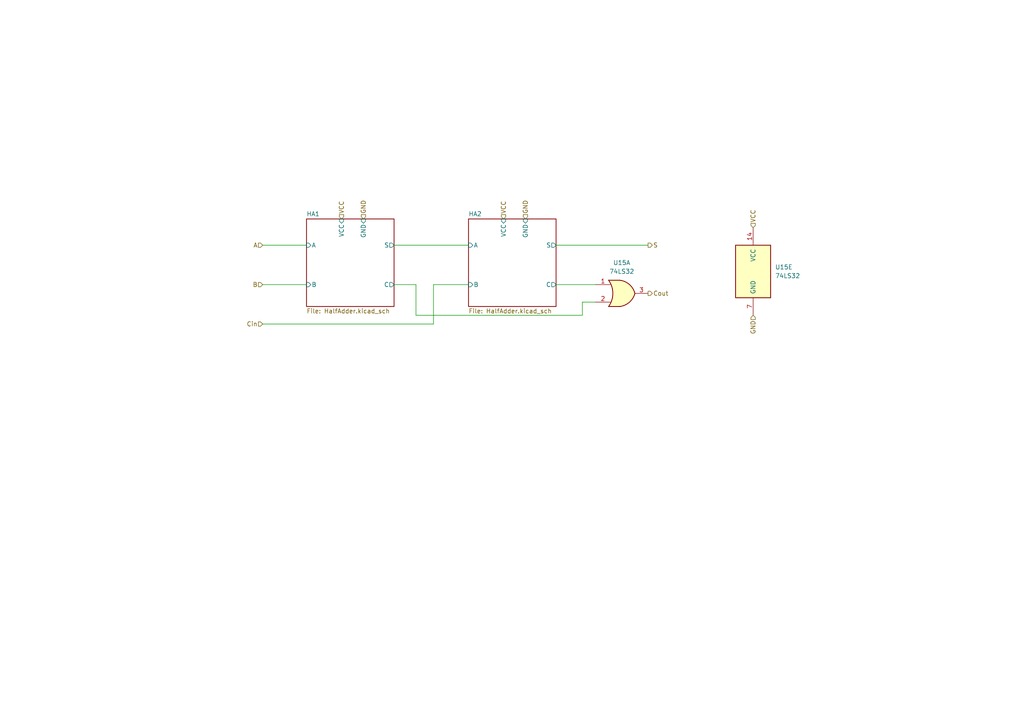
<source format=kicad_sch>
(kicad_sch (version 20231120) (generator "eeschema") (generator_version "8.0")
  (paper "A4")
  (lib_symbols
    (symbol "74xx:74LS32" (pin_names (offset 1.016))
      (property "Reference" "U" (at 0 1.27 0))
      (property "Value" "74LS32" (at 0 -1.27 0))
      (symbol "74LS32_1_1"
        (arc (start -3.81 -3.81) (mid -2.589 0) (end -3.81 3.81) (stroke (width 0.254)))
        (arc (start -0.6096 -3.81) (mid 2.1842 -2.5851) (end 3.81 0) (stroke (width 0.254)) (fill (type background)))
        (polyline (pts (xy -3.81 -3.81) (xy -0.635 -3.81)) (stroke (width 0.254)) (fill (type background)))
        (polyline (pts (xy -3.81 3.81) (xy -0.635 3.81)) (stroke (width 0.254)) (fill (type background)))
        (polyline (pts (xy -0.635 3.81) (xy -3.81 3.81) (xy -3.81 3.81) (xy -3.556 3.4036) (xy -3.0226 2.2606) (xy -2.6924 1.0414) (xy -2.6162 -0.254) (xy -2.7686 -1.4986) (xy -3.175 -2.7178) (xy -3.81 -3.81) (xy -3.81 -3.81) (xy -0.635 -3.81)) (stroke (width -25.4)) (fill (type background)))
        (arc (start 3.81 0) (mid 2.1915 2.5936) (end -0.6096 3.81) (stroke (width 0.254)) (fill (type background)))
        (pin input line (at -7.62 2.54 0) (length 4.318) (name "~") (number "1"))
        (pin input line (at -7.62 -2.54 0) (length 4.318) (name "~") (number "2"))
        (pin output line (at 7.62 0 180) (length 3.81) (name "~") (number "3"))
      )
      (symbol "74LS32_1_2"
        (arc (start 0 -3.81) (mid 3.7934 0) (end 0 3.81) (stroke (width 0.254)) (fill (type background)))
        (polyline (pts (xy 0 3.81) (xy -3.81 3.81) (xy -3.81 -3.81) (xy 0 -3.81)) (stroke (width 0.254)) (fill (type background)))
        (pin input inverted (at -7.62 2.54 0) (length 3.81) (name "~") (number "1"))
        (pin input inverted (at -7.62 -2.54 0) (length 3.81) (name "~") (number "2"))
        (pin output inverted (at 7.62 0 180) (length 3.81) (name "~") (number "3"))
      )
      (symbol "74LS32_2_1"
        (arc (start -3.81 -3.81) (mid -2.589 0) (end -3.81 3.81) (stroke (width 0.254)))
        (arc (start -0.6096 -3.81) (mid 2.1842 -2.5851) (end 3.81 0) (stroke (width 0.254)) (fill (type background)))
        (polyline (pts (xy -3.81 -3.81) (xy -0.635 -3.81)) (stroke (width 0.254)) (fill (type background)))
        (polyline (pts (xy -3.81 3.81) (xy -0.635 3.81)) (stroke (width 0.254)) (fill (type background)))
        (polyline (pts (xy -0.635 3.81) (xy -3.81 3.81) (xy -3.81 3.81) (xy -3.556 3.4036) (xy -3.0226 2.2606) (xy -2.6924 1.0414) (xy -2.6162 -0.254) (xy -2.7686 -1.4986) (xy -3.175 -2.7178) (xy -3.81 -3.81) (xy -3.81 -3.81) (xy -0.635 -3.81)) (stroke (width -25.4)) (fill (type background)))
        (arc (start 3.81 0) (mid 2.1915 2.5936) (end -0.6096 3.81) (stroke (width 0.254)) (fill (type background)))
        (pin input line (at -7.62 2.54 0) (length 4.318) (name "~") (number "4"))
        (pin input line (at -7.62 -2.54 0) (length 4.318) (name "~") (number "5"))
        (pin output line (at 7.62 0 180) (length 3.81) (name "~") (number "6"))
      )
      (symbol "74LS32_2_2"
        (arc (start 0 -3.81) (mid 3.7934 0) (end 0 3.81) (stroke (width 0.254)) (fill (type background)))
        (polyline (pts (xy 0 3.81) (xy -3.81 3.81) (xy -3.81 -3.81) (xy 0 -3.81)) (stroke (width 0.254)) (fill (type background)))
        (pin input inverted (at -7.62 2.54 0) (length 3.81) (name "~") (number "4"))
        (pin input inverted (at -7.62 -2.54 0) (length 3.81) (name "~") (number "5"))
        (pin output inverted (at 7.62 0 180) (length 3.81) (name "~") (number "6"))
      )
      (symbol "74LS32_3_1"
        (arc (start -3.81 -3.81) (mid -2.589 0) (end -3.81 3.81) (stroke (width 0.254)))
        (arc (start -0.6096 -3.81) (mid 2.1842 -2.5851) (end 3.81 0) (stroke (width 0.254)) (fill (type background)))
        (polyline (pts (xy -3.81 -3.81) (xy -0.635 -3.81)) (stroke (width 0.254)) (fill (type background)))
        (polyline (pts (xy -3.81 3.81) (xy -0.635 3.81)) (stroke (width 0.254)) (fill (type background)))
        (polyline (pts (xy -0.635 3.81) (xy -3.81 3.81) (xy -3.81 3.81) (xy -3.556 3.4036) (xy -3.0226 2.2606) (xy -2.6924 1.0414) (xy -2.6162 -0.254) (xy -2.7686 -1.4986) (xy -3.175 -2.7178) (xy -3.81 -3.81) (xy -3.81 -3.81) (xy -0.635 -3.81)) (stroke (width -25.4)) (fill (type background)))
        (arc (start 3.81 0) (mid 2.1915 2.5936) (end -0.6096 3.81) (stroke (width 0.254)) (fill (type background)))
        (pin input line (at -7.62 -2.54 0) (length 4.318) (name "~") (number "10"))
        (pin output line (at 7.62 0 180) (length 3.81) (name "~") (number "8"))
        (pin input line (at -7.62 2.54 0) (length 4.318) (name "~") (number "9"))
      )
      (symbol "74LS32_3_2"
        (arc (start 0 -3.81) (mid 3.7934 0) (end 0 3.81) (stroke (width 0.254)) (fill (type background)))
        (polyline (pts (xy 0 3.81) (xy -3.81 3.81) (xy -3.81 -3.81) (xy 0 -3.81)) (stroke (width 0.254)) (fill (type background)))
        (pin input inverted (at -7.62 -2.54 0) (length 3.81) (name "~") (number "10"))
        (pin output inverted (at 7.62 0 180) (length 3.81) (name "~") (number "8"))
        (pin input inverted (at -7.62 2.54 0) (length 3.81) (name "~") (number "9"))
      )
      (symbol "74LS32_4_1"
        (arc (start -3.81 -3.81) (mid -2.589 0) (end -3.81 3.81) (stroke (width 0.254)))
        (arc (start -0.6096 -3.81) (mid 2.1842 -2.5851) (end 3.81 0) (stroke (width 0.254)) (fill (type background)))
        (polyline (pts (xy -3.81 -3.81) (xy -0.635 -3.81)) (stroke (width 0.254)) (fill (type background)))
        (polyline (pts (xy -3.81 3.81) (xy -0.635 3.81)) (stroke (width 0.254)) (fill (type background)))
        (polyline (pts (xy -0.635 3.81) (xy -3.81 3.81) (xy -3.81 3.81) (xy -3.556 3.4036) (xy -3.0226 2.2606) (xy -2.6924 1.0414) (xy -2.6162 -0.254) (xy -2.7686 -1.4986) (xy -3.175 -2.7178) (xy -3.81 -3.81) (xy -3.81 -3.81) (xy -0.635 -3.81)) (stroke (width -25.4)) (fill (type background)))
        (arc (start 3.81 0) (mid 2.1915 2.5936) (end -0.6096 3.81) (stroke (width 0.254)) (fill (type background)))
        (pin output line (at 7.62 0 180) (length 3.81) (name "~") (number "11"))
        (pin input line (at -7.62 2.54 0) (length 4.318) (name "~") (number "12"))
        (pin input line (at -7.62 -2.54 0) (length 4.318) (name "~") (number "13"))
      )
      (symbol "74LS32_4_2"
        (arc (start 0 -3.81) (mid 3.7934 0) (end 0 3.81) (stroke (width 0.254)) (fill (type background)))
        (polyline (pts (xy 0 3.81) (xy -3.81 3.81) (xy -3.81 -3.81) (xy 0 -3.81)) (stroke (width 0.254)) (fill (type background)))
        (pin output inverted (at 7.62 0 180) (length 3.81) (name "~") (number "11"))
        (pin input inverted (at -7.62 2.54 0) (length 3.81) (name "~") (number "12"))
        (pin input inverted (at -7.62 -2.54 0) (length 3.81) (name "~") (number "13"))
      )
      (symbol "74LS32_5_0"
        (pin power_in line (at 0 12.7 270) (length 5.08) (name "VCC") (number "14"))
        (pin power_in line (at 0 -12.7 90) (length 5.08) (name "GND") (number "7"))
      )
      (symbol "74LS32_5_1"
        (rectangle (start -5.08 7.62) (end 5.08 -7.62) (stroke (width 0.254)) (fill (type background)))
      )
    )
  )
  (wire (pts (xy 187.96 71.12) (xy 161.29 71.12)))
  (wire (pts (xy 120.65 91.44) (xy 168.91 91.44)))
  (wire (pts (xy 125.73 93.98) (xy 125.73 82.55)))
  (wire (pts (xy 114.3 71.12) (xy 135.89 71.12)))
  (wire (pts (xy 76.2 93.98) (xy 125.73 93.98)))
  (wire (pts (xy 114.3 82.55) (xy 120.65 82.55)))
  (wire (pts (xy 120.65 82.55) (xy 120.65 91.44)))
  (wire (pts (xy 76.2 71.12) (xy 88.9 71.12)))
  (wire (pts (xy 161.29 82.55) (xy 172.72 82.55)))
  (wire (pts (xy 125.73 82.55) (xy 135.89 82.55)))
  (wire (pts (xy 76.2 82.55) (xy 88.9 82.55)))
  (wire (pts (xy 168.91 87.63) (xy 172.72 87.63)))
  (wire (pts (xy 168.91 91.44) (xy 168.91 87.63)))
  (hierarchical_label "VCC" (shape input) (at 218.44 66.04 90))
  (hierarchical_label "GND" (shape input) (at 218.44 91.44 270))
  (hierarchical_label "A" (shape input) (at 76.2 71.12 180))
  (hierarchical_label "Cout" (shape output) (at 187.96 85.09 0))
  (hierarchical_label "GND" (shape input) (at 152.4 63.5 90))
  (hierarchical_label "VCC" (shape input) (at 146.05 63.5 90))
  (hierarchical_label "S" (shape output) (at 187.96 71.12 0))
  (hierarchical_label "B" (shape input) (at 76.2 82.55 180))
  (hierarchical_label "GND" (shape input) (at 105.41 63.5 90))
  (hierarchical_label "VCC" (shape input) (at 99.06 63.5 90))
  (hierarchical_label "Cin" (shape input) (at 76.2 93.98 180))
  (symbol (lib_id "74xx:74LS32") (at 180.34 85.09 0) (unit 1)
    (property "Reference" "U15" (at 180.34 76.2 0))
    (property "Value" "74LS32" (at 180.34 78.74 0))
    (property "Datasheet" "http://www.ti.com/lit/gpn/sn74LS32" (effects (hide yes)))
    (property "Description" "Quad 2-input OR" (effects (hide yes)))
    (property "Sim.Library" "sim\\SN74LS32.cir" (effects (hide yes)))
    (property "Sim.Name" "SN74LS32" (effects (hide yes)))
    (property "Sim.Device" "SUBCKT" (effects (hide yes)))
    (property "Sim.Pins" "1=A 2=B 3=Y 7=AGND 14=VCC" (effects (hide yes)))
    (instances (project "FullAdder_" (path "" (reference "U15") (unit 1)) (path "" (reference "U2") (unit 1)) (path "" (reference "U1") (unit 1)) (path "" (reference "U19") (unit 1))))
  )
  (symbol (lib_id "74xx:74LS32") (at 218.44 78.74 0) (unit 5)
    (property "Reference" "U15" (at 224.79 77.4699 0) (effects (justify left)))
    (property "Value" "74LS32" (at 224.79 80.0099 0) (effects (justify left)))
    (property "Datasheet" "http://www.ti.com/lit/gpn/sn74LS32" (effects (hide yes)))
    (property "Description" "Quad 2-input OR" (effects (hide yes)))
    (property "Sim.Library" "sim\\SN74LS32.cir" (effects (hide yes)))
    (property "Sim.Name" "SN74LS32" (effects (hide yes)))
    (property "Sim.Device" "SUBCKT" (effects (hide yes)))
    (property "Sim.Pins" "1=A 2=B 3=Y 7=AGND 14=VCC" (effects (hide yes)))
    (instances (project "FullAdder_" (path "" (reference "U15") (unit 5)) (path "" (reference "U2") (unit 5)) (path "" (reference "U1") (unit 5)) (path "" (reference "U19") (unit 5))))
  )
  (sheet (at 88.9 63.5) (size 25.4 25.4) (stroke (width 0.1524))
    (property "Sheetname" "HA1" (at 88.9 62.7884 0) (effects (justify left bottom)))
    (property "Sheetfile" "HalfAdder.kicad_sch" (at 88.9 89.4846 0) (effects (justify left top)))
    (pin "C" output (at 114.3 82.55 0))
    (pin "S" output (at 114.3 71.12 0))
    (pin "A" input (at 88.9 71.12 180))
    (pin "B" input (at 88.9 82.55 180))
    (pin "VCC" input (at 99.06 63.5 90))
    (pin "GND" input (at 105.41 63.5 90))
  )
  (sheet (at 135.89 63.5) (size 25.4 25.4) (stroke (width 0.1524))
    (property "Sheetname" "HA2" (at 135.89 62.7884 0) (effects (justify left bottom)))
    (property "Sheetfile" "HalfAdder.kicad_sch" (at 135.89 89.4846 0) (effects (justify left top)))
    (pin "C" output (at 161.29 82.55 0))
    (pin "S" output (at 161.29 71.12 0))
    (pin "A" input (at 135.89 71.12 180))
    (pin "B" input (at 135.89 82.55 180))
    (pin "VCC" input (at 146.05 63.5 90))
    (pin "GND" input (at 152.4 63.5 90))
  )
)
</source>
